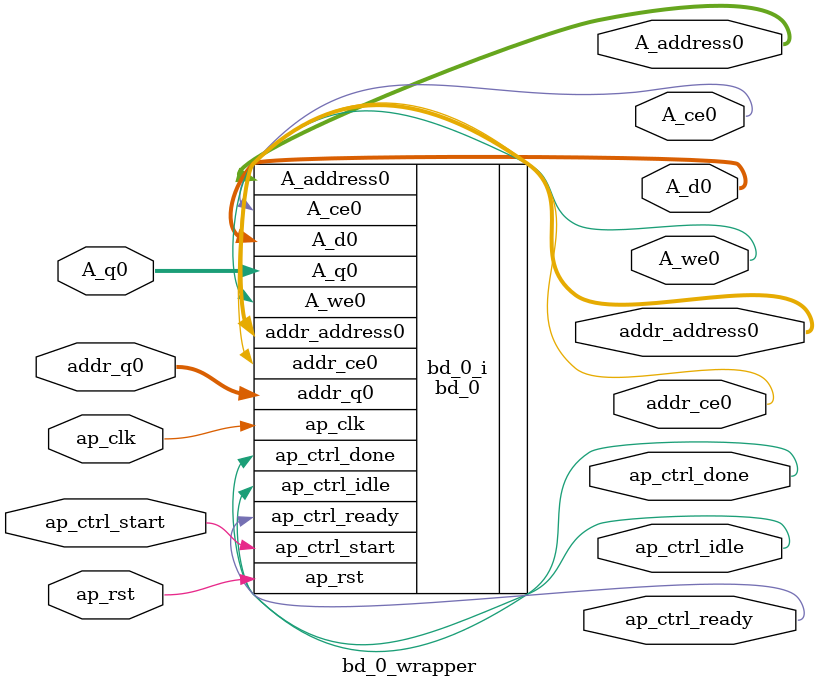
<source format=v>
`timescale 1 ps / 1 ps

module bd_0_wrapper
   (A_address0,
    A_ce0,
    A_d0,
    A_q0,
    A_we0,
    addr_address0,
    addr_ce0,
    addr_q0,
    ap_clk,
    ap_ctrl_done,
    ap_ctrl_idle,
    ap_ctrl_ready,
    ap_ctrl_start,
    ap_rst);
  output [9:0]A_address0;
  output A_ce0;
  output [31:0]A_d0;
  input [31:0]A_q0;
  output A_we0;
  output [9:0]addr_address0;
  output addr_ce0;
  input [31:0]addr_q0;
  input ap_clk;
  output ap_ctrl_done;
  output ap_ctrl_idle;
  output ap_ctrl_ready;
  input ap_ctrl_start;
  input ap_rst;

  wire [9:0]A_address0;
  wire A_ce0;
  wire [31:0]A_d0;
  wire [31:0]A_q0;
  wire A_we0;
  wire [9:0]addr_address0;
  wire addr_ce0;
  wire [31:0]addr_q0;
  wire ap_clk;
  wire ap_ctrl_done;
  wire ap_ctrl_idle;
  wire ap_ctrl_ready;
  wire ap_ctrl_start;
  wire ap_rst;

  bd_0 bd_0_i
       (.A_address0(A_address0),
        .A_ce0(A_ce0),
        .A_d0(A_d0),
        .A_q0(A_q0),
        .A_we0(A_we0),
        .addr_address0(addr_address0),
        .addr_ce0(addr_ce0),
        .addr_q0(addr_q0),
        .ap_clk(ap_clk),
        .ap_ctrl_done(ap_ctrl_done),
        .ap_ctrl_idle(ap_ctrl_idle),
        .ap_ctrl_ready(ap_ctrl_ready),
        .ap_ctrl_start(ap_ctrl_start),
        .ap_rst(ap_rst));
endmodule

</source>
